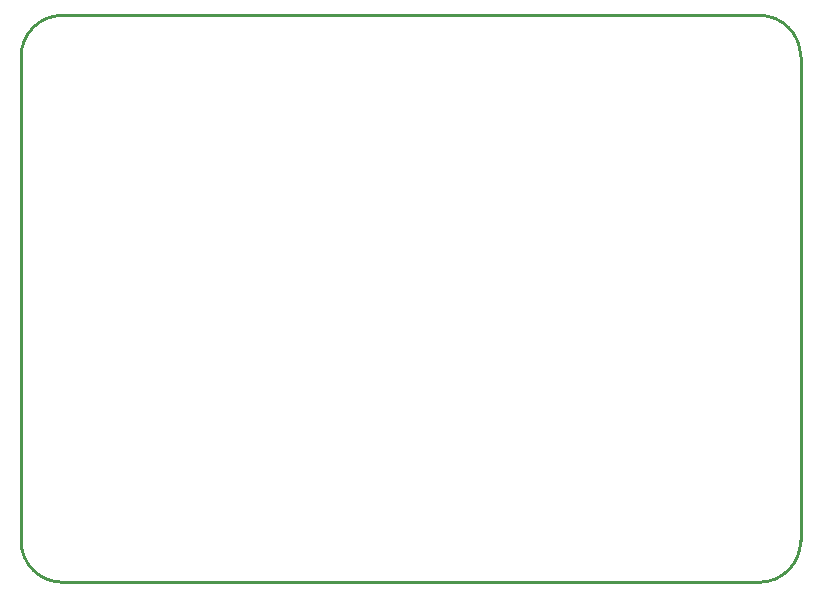
<source format=gko>
G04 Layer: BoardOutlineLayer*
G04 EasyEDA v6.5.44, 2024-09-01 09:52:19*
G04 b4576de5f8ba4d03ab64208176f03f1d,a54f91b67bf74260adec70c9c35cfc8e,10*
G04 Gerber Generator version 0.2*
G04 Scale: 100 percent, Rotated: No, Reflected: No *
G04 Dimensions in millimeters *
G04 leading zeros omitted , absolute positions ,4 integer and 5 decimal *
%FSLAX45Y45*%
%MOMM*%

%ADD10C,0.2540*%
D10*
X-3299993Y-2049995D02*
G01*
X-3299993Y2049995D01*
X2949994Y-2399995D02*
G01*
X-2949994Y-2399995D01*
X3299993Y2049995D02*
G01*
X3299993Y-2049995D01*
X-2949994Y2399995D02*
G01*
X2949994Y2399995D01*
G75*
G01*
X2949994Y2399995D02*
G02*
X3299993Y2049996I0J-349999D01*
G75*
G01*
X3299993Y-2049996D02*
G02*
X2949994Y-2399995I-349999J0D01*
G75*
G01*
X-2949994Y-2399995D02*
G02*
X-3299993Y-2049996I0J349999D01*
G75*
G01*
X-3299993Y2049996D02*
G02*
X-2949994Y2399995I349999J0D01*

%LPD*%
M02*

</source>
